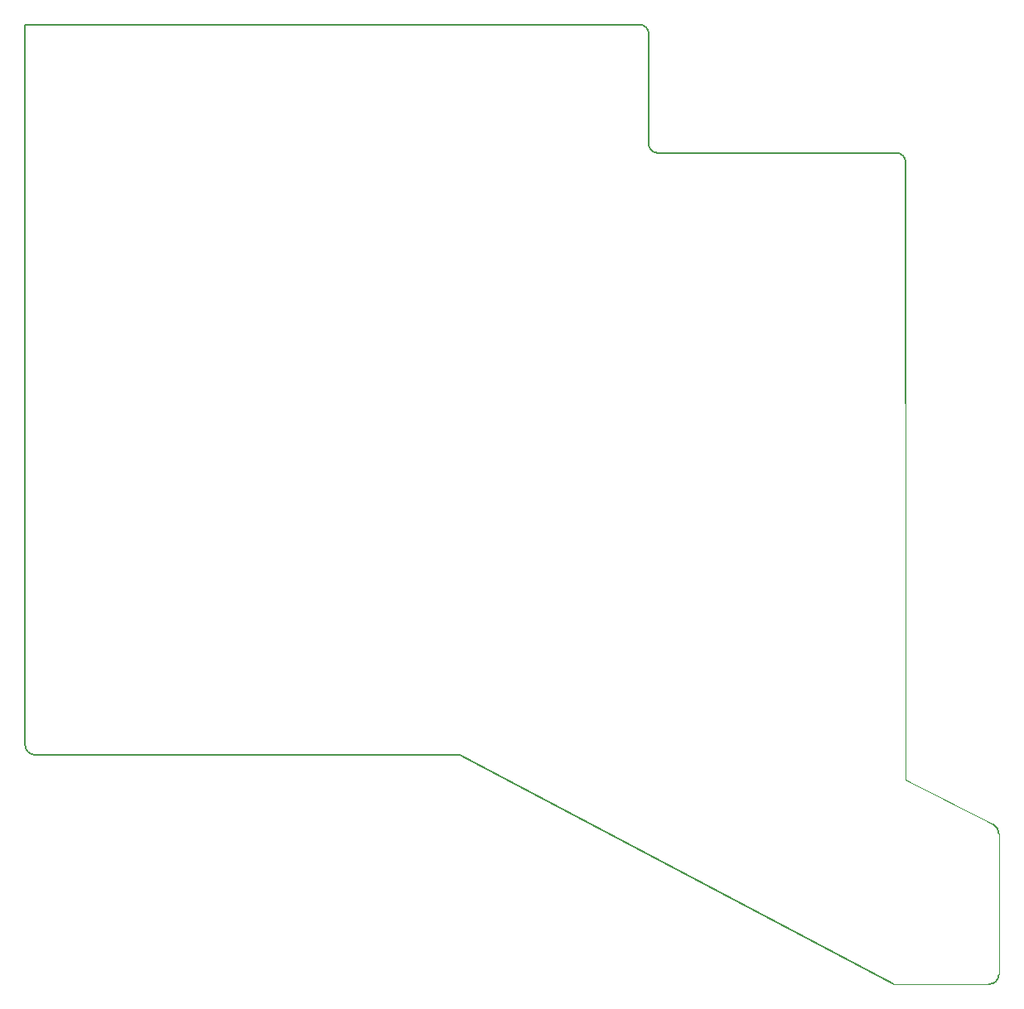
<source format=gbr>
%TF.GenerationSoftware,KiCad,Pcbnew,7.0.6*%
%TF.CreationDate,2023-11-22T12:36:20+08:00*%
%TF.ProjectId,tenten,74656e74-656e-42e6-9b69-6361645f7063,rev?*%
%TF.SameCoordinates,Original*%
%TF.FileFunction,Profile,NP*%
%FSLAX46Y46*%
G04 Gerber Fmt 4.6, Leading zero omitted, Abs format (unit mm)*
G04 Created by KiCad (PCBNEW 7.0.6) date 2023-11-22 12:36:20*
%MOMM*%
%LPD*%
G01*
G04 APERTURE LIST*
%TA.AperFunction,Profile*%
%ADD10C,0.150000*%
%TD*%
%TA.AperFunction,Profile*%
%ADD11C,0.050000*%
%TD*%
G04 APERTURE END LIST*
D10*
X127200000Y-49110000D02*
X127203200Y-37896800D01*
X127215441Y-37891756D02*
G75*
G03*
X126301396Y-36952313I-939841J-44D01*
G01*
D11*
X162991800Y-134112000D02*
X162980000Y-119710200D01*
D10*
X161994691Y-135102025D02*
G75*
G03*
X162991800Y-134112000I9J997125D01*
G01*
X63474600Y-110642400D02*
X63480000Y-36970000D01*
X126314200Y-36950000D02*
X63475519Y-36950000D01*
X153469569Y-51052565D02*
G75*
G03*
X152479517Y-50055456I-997169J-35D01*
G01*
X63474566Y-110642400D02*
G75*
G03*
X64464627Y-111639509I997134J0D01*
G01*
X153457924Y-75660000D02*
X153469544Y-51052565D01*
X107910000Y-111630000D02*
X152250000Y-135110000D01*
X64464627Y-111639509D02*
X107910000Y-111630000D01*
X128048572Y-50060000D02*
X152470732Y-50060000D01*
X127200027Y-49110002D02*
G75*
G03*
X128048572Y-50049661I872573J-64998D01*
G01*
D11*
X153430000Y-114230000D02*
X153430000Y-53620000D01*
X162433000Y-118795800D02*
X153430000Y-114230000D01*
D10*
X162971965Y-119684791D02*
G75*
G03*
X162433000Y-118795801I-1002665J-9D01*
G01*
D11*
X152250000Y-135110000D02*
X161994691Y-135102027D01*
M02*

</source>
